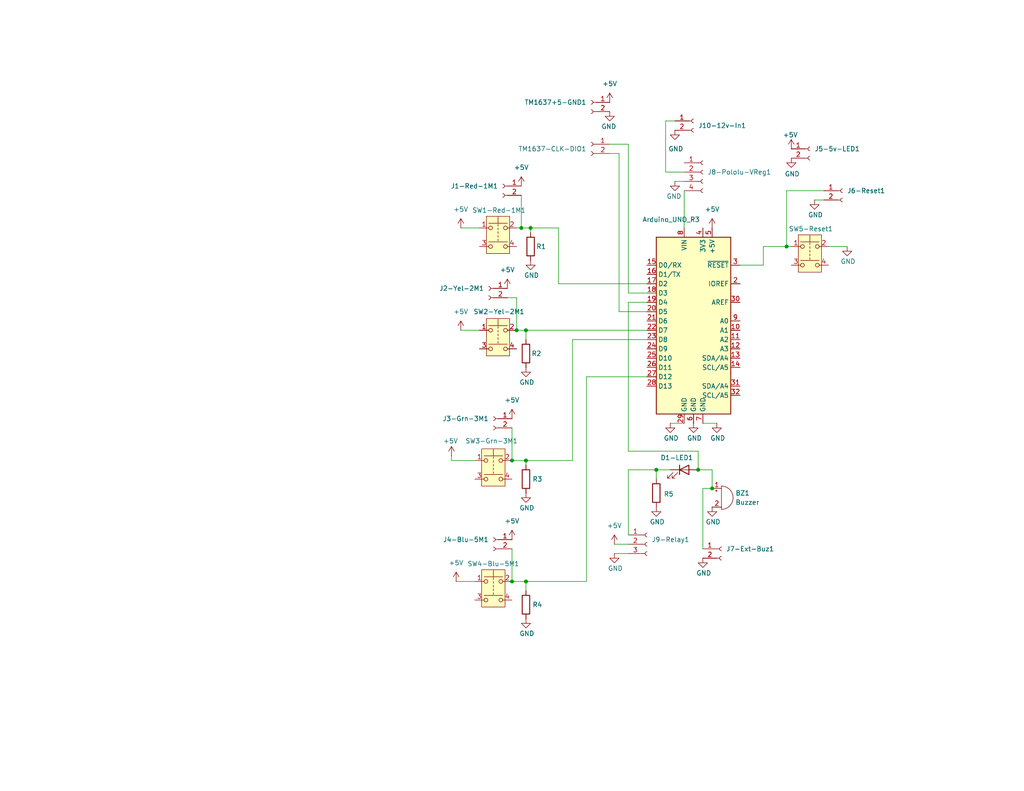
<source format=kicad_sch>
(kicad_sch (version 20250114) (generator "eeschema") (generator_version "9.0")
  (paper "A")
  (title_block (title "Sailing Regatta Timer") (date "2025-01-27"))
  (lib_symbols
    (symbol "Connector:Conn_01x02_Socket" (pin_names (offset 1.016) (hide yes))
      (property "Reference" "J" (at 0 2.54 0))
      (property "Value" "Conn_01x02_Socket" (at 0 -5.08 0))
      (symbol "Conn_01x02_Socket_1_1"
        (polyline (pts (xy -1.27 0) (xy -0.508 0)) (stroke (width 0.1524)))
        (polyline (pts (xy -1.27 -2.54) (xy -0.508 -2.54)) (stroke (width 0.1524)))
        (arc (start 0 -0.508) (mid -0.5058 0) (end 0 0.508) (stroke (width 0.1524)))
        (arc (start 0 -3.048) (mid -0.5058 -2.54) (end 0 -2.032) (stroke (width 0.1524)))
        (pin passive line (at -5.08 0 0) (length 3.81) (name "Pin_1") (number "1"))
        (pin passive line (at -5.08 -2.54 0) (length 3.81) (name "Pin_2") (number "2"))
      )
    )
    (symbol "Connector:Conn_01x03_Socket" (pin_names (offset 1.016) (hide yes))
      (property "Reference" "J" (at 0 5.08 0))
      (property "Value" "Conn_01x03_Socket" (at 0 -5.08 0))
      (symbol "Conn_01x03_Socket_1_1"
        (polyline (pts (xy -1.27 2.54) (xy -0.508 2.54)) (stroke (width 0.1524)))
        (polyline (pts (xy -1.27 0) (xy -0.508 0)) (stroke (width 0.1524)))
        (polyline (pts (xy -1.27 -2.54) (xy -0.508 -2.54)) (stroke (width 0.1524)))
        (arc (start 0 2.032) (mid -0.5058 2.54) (end 0 3.048) (stroke (width 0.1524)))
        (arc (start 0 -0.508) (mid -0.5058 0) (end 0 0.508) (stroke (width 0.1524)))
        (arc (start 0 -3.048) (mid -0.5058 -2.54) (end 0 -2.032) (stroke (width 0.1524)))
        (pin passive line (at -5.08 2.54 0) (length 3.81) (name "Pin_1") (number "1"))
        (pin passive line (at -5.08 0 0) (length 3.81) (name "Pin_2") (number "2"))
        (pin passive line (at -5.08 -2.54 0) (length 3.81) (name "Pin_3") (number "3"))
      )
    )
    (symbol "Connector:Conn_01x04_Socket" (pin_names (offset 1.016) (hide yes))
      (property "Reference" "J" (at 0 5.08 0))
      (property "Value" "Conn_01x04_Socket" (at 0 -7.62 0))
      (symbol "Conn_01x04_Socket_1_1"
        (polyline (pts (xy -1.27 2.54) (xy -0.508 2.54)) (stroke (width 0.1524)))
        (polyline (pts (xy -1.27 0) (xy -0.508 0)) (stroke (width 0.1524)))
        (polyline (pts (xy -1.27 -2.54) (xy -0.508 -2.54)) (stroke (width 0.1524)))
        (polyline (pts (xy -1.27 -5.08) (xy -0.508 -5.08)) (stroke (width 0.1524)))
        (arc (start 0 2.032) (mid -0.5058 2.54) (end 0 3.048) (stroke (width 0.1524)))
        (arc (start 0 -0.508) (mid -0.5058 0) (end 0 0.508) (stroke (width 0.1524)))
        (arc (start 0 -3.048) (mid -0.5058 -2.54) (end 0 -2.032) (stroke (width 0.1524)))
        (arc (start 0 -5.588) (mid -0.5058 -5.08) (end 0 -4.572) (stroke (width 0.1524)))
        (pin passive line (at -5.08 2.54 0) (length 3.81) (name "Pin_1") (number "1"))
        (pin passive line (at -5.08 0 0) (length 3.81) (name "Pin_2") (number "2"))
        (pin passive line (at -5.08 -2.54 0) (length 3.81) (name "Pin_3") (number "3"))
        (pin passive line (at -5.08 -5.08 0) (length 3.81) (name "Pin_4") (number "4"))
      )
    )
    (symbol "Device:Buzzer" (pin_names (offset 0.0254) (hide yes))
      (property "Reference" "BZ" (at 3.81 1.27 0))
      (property "Value" "Buzzer" (at 3.81 -1.27 0))
      (symbol "Buzzer_0_1"
        (polyline (pts (xy -1.651 1.905) (xy -1.143 1.905)))
        (polyline (pts (xy -1.397 2.159) (xy -1.397 1.651)))
        (arc (start 0 3.175) (mid 3.1612 0) (end 0 -3.175))
        (polyline (pts (xy 0 3.175) (xy 0 -3.175)))
      )
      (symbol "Buzzer_1_1"
        (pin passive line (at -2.54 2.54 0) (length 2.54) (name "+") (number "1"))
        (pin passive line (at -2.54 -2.54 0) (length 2.54) (name "-") (number "2"))
      )
    )
    (symbol "Device:LED" (pin_numbers (hide yes)) (pin_names (offset 1.016) (hide yes))
      (property "Reference" "D" (at 0 2.54 0))
      (property "Value" "LED" (at 0 -2.54 0))
      (symbol "LED_0_1"
        (polyline (pts (xy -3.048 -0.762) (xy -4.572 -2.286) (xy -3.81 -2.286) (xy -4.572 -2.286) (xy -4.572 -1.524)))
        (polyline (pts (xy -1.778 -0.762) (xy -3.302 -2.286) (xy -2.54 -2.286) (xy -3.302 -2.286) (xy -3.302 -1.524)))
        (polyline (pts (xy -1.27 0) (xy 1.27 0)))
        (polyline (pts (xy -1.27 -1.27) (xy -1.27 1.27)) (stroke (width 0.254)))
        (polyline (pts (xy 1.27 -1.27) (xy 1.27 1.27) (xy -1.27 0) (xy 1.27 -1.27)) (stroke (width 0.254)))
      )
      (symbol "LED_1_1"
        (pin passive line (at -3.81 0 0) (length 2.54) (name "K") (number "1"))
        (pin passive line (at 3.81 0 180) (length 2.54) (name "A") (number "2"))
      )
    )
    (symbol "Device:R" (pin_numbers (hide yes)) (pin_names (offset 0))
      (property "Reference" "R" (at 2.032 0 90))
      (property "Value" "R" (at 0 0 90))
      (symbol "R_0_1"
        (rectangle (start -1.016 -2.54) (end 1.016 2.54) (stroke (width 0.254)))
      )
      (symbol "R_1_1"
        (pin passive line (at 0 3.81 270) (length 1.27) (name "~") (number "1"))
        (pin passive line (at 0 -3.81 90) (length 1.27) (name "~") (number "2"))
      )
    )
    (symbol "MCU_Module:Arduino_UNO_R3"
      (property "Reference" "A" (at -10.16 23.495 0))
      (property "Value" "Arduino_UNO_R3" (at 5.08 -26.67 0))
      (symbol "Arduino_UNO_R3_0_1"
        (rectangle (start -10.16 22.86) (end 10.16 -25.4) (stroke (width 0.254)) (fill (type background)))
      )
      (symbol "Arduino_UNO_R3_1_1"
        (pin bidirectional line (at -12.7 15.24 0) (length 2.54) (name "D0/RX") (number "15"))
        (pin bidirectional line (at -12.7 12.7 0) (length 2.54) (name "D1/TX") (number "16"))
        (pin bidirectional line (at -12.7 10.16 0) (length 2.54) (name "D2") (number "17"))
        (pin bidirectional line (at -12.7 7.62 0) (length 2.54) (name "D3") (number "18"))
        (pin bidirectional line (at -12.7 5.08 0) (length 2.54) (name "D4") (number "19"))
        (pin bidirectional line (at -12.7 2.54 0) (length 2.54) (name "D5") (number "20"))
        (pin bidirectional line (at -12.7 0 0) (length 2.54) (name "D6") (number "21"))
        (pin bidirectional line (at -12.7 -2.54 0) (length 2.54) (name "D7") (number "22"))
        (pin bidirectional line (at -12.7 -5.08 0) (length 2.54) (name "D8") (number "23"))
        (pin bidirectional line (at -12.7 -7.62 0) (length 2.54) (name "D9") (number "24"))
        (pin bidirectional line (at -12.7 -10.16 0) (length 2.54) (name "D10") (number "25"))
        (pin bidirectional line (at -12.7 -12.7 0) (length 2.54) (name "D11") (number "26"))
        (pin bidirectional line (at -12.7 -15.24 0) (length 2.54) (name "D12") (number "27"))
        (pin bidirectional line (at -12.7 -17.78 0) (length 2.54) (name "D13") (number "28"))
        (pin no_connect line (at -10.16 -20.32 0) (length 2.54) (hide yes) (name "NC") (number "1"))
        (pin power_in line (at -2.54 25.4 270) (length 2.54) (name "VIN") (number "8"))
        (pin power_in line (at -2.54 -27.94 90) (length 2.54) (name "GND") (number "29"))
        (pin power_in line (at 0 -27.94 90) (length 2.54) (name "GND") (number "6"))
        (pin power_out line (at 2.54 25.4 270) (length 2.54) (name "3V3") (number "4"))
        (pin power_in line (at 2.54 -27.94 90) (length 2.54) (name "GND") (number "7"))
        (pin power_out line (at 5.08 25.4 270) (length 2.54) (name "+5V") (number "5"))
        (pin input line (at 12.7 15.24 180) (length 2.54) (name "~{RESET}") (number "3"))
        (pin output line (at 12.7 10.16 180) (length 2.54) (name "IOREF") (number "2"))
        (pin input line (at 12.7 5.08 180) (length 2.54) (name "AREF") (number "30"))
        (pin bidirectional line (at 12.7 0 180) (length 2.54) (name "A0") (number "9"))
        (pin bidirectional line (at 12.7 -2.54 180) (length 2.54) (name "A1") (number "10"))
        (pin bidirectional line (at 12.7 -5.08 180) (length 2.54) (name "A2") (number "11"))
        (pin bidirectional line (at 12.7 -7.62 180) (length 2.54) (name "A3") (number "12"))
        (pin bidirectional line (at 12.7 -10.16 180) (length 2.54) (name "SDA/A4") (number "13"))
        (pin bidirectional line (at 12.7 -12.7 180) (length 2.54) (name "SCL/A5") (number "14"))
        (pin bidirectional line (at 12.7 -17.78 180) (length 2.54) (name "SDA/A4") (number "31"))
        (pin bidirectional line (at 12.7 -20.32 180) (length 2.54) (name "SCL/A5") (number "32"))
      )
    )
    (symbol "Switch:SW_Push_Dual" (pin_names (offset 1.016) (hide yes))
      (property "Reference" "SW" (at 0 7.62 0))
      (property "Value" "SW_Push_Dual" (at 0 -6.35 0))
      (symbol "SW_Push_Dual_0_1"
        (circle (center -2.032 2.54) (radius 0.508))
        (circle (center -2.032 -2.54) (radius 0.508))
        (polyline (pts (xy 0 3.81) (xy 0 5.588)))
        (polyline (pts (xy 0 3.048) (xy 0 3.556)))
        (polyline (pts (xy 0 2.032) (xy 0 2.54)))
        (polyline (pts (xy 0 1.016) (xy 0 1.524)))
        (polyline (pts (xy 0 0.508) (xy 0 0)))
        (polyline (pts (xy 0 -0.508) (xy 0 -1.016)))
        (circle (center 2.032 2.54) (radius 0.508))
        (circle (center 2.032 -2.54) (radius 0.508))
        (polyline (pts (xy 2.54 3.81) (xy -2.54 3.81)))
        (polyline (pts (xy 2.54 -1.27) (xy -2.54 -1.27)))
        (pin passive line (at -5.08 2.54 0) (length 2.54) (name "1") (number "1"))
        (pin passive line (at -5.08 -2.54 0) (length 2.54) (name "3") (number "3"))
        (pin passive line (at 5.08 2.54 180) (length 2.54) (name "2") (number "2"))
        (pin passive line (at 5.08 -2.54 180) (length 2.54) (name "4") (number "4"))
      )
      (symbol "SW_Push_Dual_1_1"
        (rectangle (start -3.175 5.715) (end 3.175 -4.445) (fill (type background)))
      )
    )
    (symbol "power:+5V" (power) (pin_numbers (hide yes)) (pin_names (offset 0) (hide yes))
      (property "Value" "+5V" (at 0 3.556 0))
      (symbol "+5V_0_1"
        (polyline (pts (xy -0.762 1.27) (xy 0 2.54)))
        (polyline (pts (xy 0 2.54) (xy 0.762 1.27)))
        (polyline (pts (xy 0 0) (xy 0 2.54)))
      )
      (symbol "+5V_1_1"
        (pin power_in line (at 0 0 90) (length 0) (name "~") (number "1"))
      )
    )
    (symbol "power:GND" (power) (pin_numbers (hide yes)) (pin_names (offset 0) (hide yes))
      (property "Value" "GND" (at 0 -3.81 0))
      (symbol "GND_0_1"
        (polyline (pts (xy 0 0) (xy 0 -1.27) (xy 1.27 -1.27) (xy 0 -2.54) (xy -1.27 -1.27) (xy 0 -1.27)))
      )
      (symbol "GND_1_1"
        (pin power_in line (at 0 0 270) (length 0) (name "~") (number "1"))
      )
    )
  )
  (junction (at 144.78 62.23))
  (junction (at 139.7 125.73))
  (junction (at 143.51 158.75))
  (junction (at 143.51 125.73))
  (junction (at 139.7 158.75))
  (junction (at 179.07 128.27))
  (junction (at 214.63 67.31))
  (junction (at 190.5 128.27))
  (junction (at 194.31 133.35))
  (junction (at 140.97 90.17))
  (junction (at 143.51 90.17))
  (junction (at 142.24 62.23))
  (wire (pts (xy 160.02 158.75) (xy 143.51 158.75)))
  (wire (pts (xy 138.43 81.28) (xy 140.97 81.28)))
  (wire (pts (xy 226.06 67.31) (xy 231.14 67.31)))
  (wire (pts (xy 171.45 39.37) (xy 166.37 39.37)))
  (wire (pts (xy 208.28 67.31) (xy 214.63 67.31)))
  (wire (pts (xy 176.53 80.01) (xy 171.45 80.01)))
  (wire (pts (xy 156.21 125.73) (xy 143.51 125.73)))
  (wire (pts (xy 144.78 62.23) (xy 144.78 63.5)))
  (wire (pts (xy 171.45 123.19) (xy 190.5 123.19)))
  (wire (pts (xy 125.73 62.23) (xy 130.81 62.23)))
  (wire (pts (xy 124.46 158.75) (xy 129.54 158.75)))
  (wire (pts (xy 184.15 49.53) (xy 186.69 49.53)))
  (wire (pts (xy 143.51 90.17) (xy 176.53 90.17)))
  (wire (pts (xy 171.45 151.13) (xy 167.64 151.13)))
  (wire (pts (xy 125.73 90.17) (xy 130.81 90.17)))
  (wire (pts (xy 182.88 115.57) (xy 186.69 115.57)))
  (wire (pts (xy 181.61 46.99) (xy 186.69 46.99)))
  (wire (pts (xy 167.64 148.59) (xy 171.45 148.59)))
  (wire (pts (xy 143.51 158.75) (xy 143.51 161.29)))
  (wire (pts (xy 123.19 124.46) (xy 123.19 125.73)))
  (wire (pts (xy 190.5 128.27) (xy 194.31 128.27)))
  (wire (pts (xy 171.45 128.27) (xy 179.07 128.27)))
  (wire (pts (xy 195.58 115.57) (xy 191.77 115.57)))
  (wire (pts (xy 171.45 82.55) (xy 171.45 123.19)))
  (wire (pts (xy 156.21 92.71) (xy 156.21 125.73)))
  (wire (pts (xy 191.77 133.35) (xy 194.31 133.35)))
  (wire (pts (xy 191.77 133.35) (xy 191.77 149.86)))
  (wire (pts (xy 171.45 80.01) (xy 171.45 39.37)))
  (wire (pts (xy 168.91 41.91) (xy 166.37 41.91)))
  (wire (pts (xy 123.19 125.73) (xy 129.54 125.73)))
  (wire (pts (xy 143.51 92.71) (xy 143.51 90.17)))
  (wire (pts (xy 140.97 81.28) (xy 140.97 90.17)))
  (wire (pts (xy 142.24 62.23) (xy 144.78 62.23)))
  (wire (pts (xy 139.7 149.86) (xy 139.7 158.75)))
  (wire (pts (xy 152.4 62.23) (xy 144.78 62.23)))
  (wire (pts (xy 152.4 77.47) (xy 152.4 62.23)))
  (wire (pts (xy 186.69 52.07) (xy 186.69 62.23)))
  (wire (pts (xy 179.07 128.27) (xy 182.88 128.27)))
  (wire (pts (xy 176.53 82.55) (xy 171.45 82.55)))
  (wire (pts (xy 143.51 125.73) (xy 143.51 127)))
  (wire (pts (xy 190.5 123.19) (xy 190.5 128.27)))
  (wire (pts (xy 156.21 92.71) (xy 176.53 92.71)))
  (wire (pts (xy 176.53 77.47) (xy 152.4 77.47)))
  (wire (pts (xy 142.24 53.34) (xy 142.24 62.23)))
  (wire (pts (xy 139.7 125.73) (xy 143.51 125.73)))
  (wire (pts (xy 181.61 33.02) (xy 181.61 46.99)))
  (wire (pts (xy 139.7 116.84) (xy 139.7 125.73)))
  (wire (pts (xy 222.25 54.61) (xy 224.79 54.61)))
  (wire (pts (xy 214.63 52.07) (xy 214.63 67.31)))
  (wire (pts (xy 208.28 72.39) (xy 201.93 72.39)))
  (wire (pts (xy 179.07 130.81) (xy 179.07 128.27)))
  (wire (pts (xy 214.63 67.31) (xy 215.9 67.31)))
  (wire (pts (xy 168.91 85.09) (xy 168.91 41.91)))
  (wire (pts (xy 176.53 85.09) (xy 168.91 85.09)))
  (wire (pts (xy 184.15 33.02) (xy 181.61 33.02)))
  (wire (pts (xy 176.53 102.87) (xy 160.02 102.87)))
  (wire (pts (xy 140.97 62.23) (xy 142.24 62.23)))
  (wire (pts (xy 140.97 90.17) (xy 143.51 90.17)))
  (wire (pts (xy 224.79 52.07) (xy 214.63 52.07)))
  (wire (pts (xy 139.7 158.75) (xy 143.51 158.75)))
  (wire (pts (xy 160.02 102.87) (xy 160.02 158.75)))
  (wire (pts (xy 208.28 67.31) (xy 208.28 72.39)))
  (wire (pts (xy 194.31 128.27) (xy 194.31 133.35)))
  (wire (pts (xy 171.45 128.27) (xy 171.45 146.05)))
  (symbol (lib_id "Connector:Conn_01x04_Socket") (at 191.77 46.99 0) (unit 1)
    (property "Reference" "J8-Pololu-VReg1" (at 193.04 46.9899 0) (effects (justify left)))
    (property "Value" "Conn_01x04_Socket" (effects (hide yes)))
    (property "Footprint" "Connector_PinSocket_2.54mm:PinSocket_1x04_P2.54mm_Vertical" (effects (hide yes)))
    (property "Description" "Generic connector, single row, 01x04, script generated" (effects (hide yes)))
  )
  (symbol (lib_id "Device:R") (at 143.51 165.1 0) (unit 1)
    (property "Reference" "R4" (at 145.288 165.1 0) (effects (justify left)))
    (property "Value" "R" (effects (hide yes)))
    (property "Footprint" "Resistor_THT:R_Axial_DIN0204_L3.6mm_D1.6mm_P1.90mm_Vertical" (effects (hide yes)))
    (property "Description" "Resistor" (effects (hide yes)))
  )
  (symbol (lib_id "power:GND") (at 144.78 71.12 0) (unit 1)
    (property "Reference" "#PWR016" (effects (hide yes)))
    (property "Value" "GND" (at 145.034 75.184 0))
    (property "Description" "Power symbol creates a global label with name \"GND\" , ground" (effects (hide yes)))
  )
  (symbol (lib_id "Connector:Conn_01x03_Socket") (at 176.53 148.59 0) (unit 1)
    (property "Reference" "J9-Relay1" (at 177.8 147.3199 0) (effects (justify left)))
    (property "Value" "Conn_01x03_Socket" (effects (hide yes)))
    (property "Footprint" "Connector_PinSocket_2.54mm:PinSocket_1x03_P2.54mm_Vertical" (effects (hide yes)))
    (property "Description" "Generic connector, single row, 01x03, script generated" (effects (hide yes)))
  )
  (symbol (lib_id "power:GND") (at 231.14 67.31 0) (unit 1)
    (property "Reference" "#PWR029" (effects (hide yes)))
    (property "Value" "GND" (at 231.394 71.374 0))
    (property "Description" "Power symbol creates a global label with name \"GND\" , ground" (effects (hide yes)))
  )
  (symbol (lib_id "Connector:Conn_01x02_Socket") (at 161.29 39.37 0) (mirror y) (unit 1)
    (property "Reference" "TM1637-CLK-DIO1" (at 160.02 40.6399 0) (effects (justify left)))
    (property "Value" "Conn_01x02_Socket" (effects (hide yes)))
    (property "Footprint" "Connector_PinSocket_2.54mm:PinSocket_1x02_P2.54mm_Vertical" (effects (hide yes)))
    (property "Description" "Generic connector, single row, 01x02, script generated" (effects (hide yes)))
  )
  (symbol (lib_id "power:+5V") (at 166.37 27.94 0) (mirror y) (unit 1)
    (property "Reference" "#PWR027" (effects (hide yes)))
    (property "Value" "+5V" (at 166.37 22.86 0))
    (property "Description" "Power symbol creates a global label with name \"+5V\"" (effects (hide yes)))
  )
  (symbol (lib_id "Connector:Conn_01x02_Socket") (at 134.62 147.32 0) (mirror y) (unit 1)
    (property "Reference" "J4-Blu-5M1" (at 133.35 147.3199 0) (effects (justify left)))
    (property "Value" "J4-Blu-5M1" (effects (hide yes)))
    (property "Footprint" "Connector_PinSocket_2.54mm:PinSocket_1x02_P2.54mm_Vertical" (effects (hide yes)))
    (property "Description" "Generic connector, single row, 01x02, script generated" (effects (hide yes)))
  )
  (symbol (lib_id "power:+5V") (at 138.43 78.74 0) (mirror y) (unit 1)
    (property "Reference" "#PWR010" (effects (hide yes)))
    (property "Value" "+5V" (at 138.43 73.66 0))
    (property "Description" "Power symbol creates a global label with name \"+5V\"" (effects (hide yes)))
  )
  (symbol (lib_id "power:+5V") (at 124.46 158.75 0) (unit 1)
    (property "Reference" "#PWR022" (effects (hide yes)))
    (property "Value" "+5V" (at 124.46 153.67 0))
    (property "Description" "Power symbol creates a global label with name \"+5V\"" (effects (hide yes)))
  )
  (symbol (lib_id "power:+5V") (at 125.73 90.17 0) (unit 1)
    (property "Reference" "#PWR021" (effects (hide yes)))
    (property "Value" "+5V" (at 125.73 85.09 0))
    (property "Description" "Power symbol creates a global label with name \"+5V\"" (effects (hide yes)))
  )
  (symbol (lib_id "power:GND") (at 184.15 49.53 0) (unit 1)
    (property "Reference" "#PWR012" (effects (hide yes)))
    (property "Value" "GND" (at 183.896 53.594 0))
    (property "Description" "Power symbol creates a global label with name \"GND\" , ground" (effects (hide yes)))
  )
  (symbol (lib_id "Switch:SW_Push_Dual") (at 220.98 69.85 0) (unit 1)
    (property "Reference" "SW5-Reset1" (at 221.234 62.484 0))
    (property "Footprint" "Button_Switch_THT:SW_PUSH_6mm" (effects (hide yes)))
    (property "Description" "Push button switch, generic, symbol, four pins" (effects (hide yes)))
  )
  (symbol (lib_id "power:GND") (at 195.58 115.57 0) (unit 1)
    (property "Reference" "#PWR03" (effects (hide yes)))
    (property "Value" "GND" (at 195.834 119.634 0))
    (property "Description" "Power symbol creates a global label with name \"GND\" , ground" (effects (hide yes)))
  )
  (symbol (lib_id "Switch:SW_Push_Dual") (at 134.62 128.27 0) (unit 1)
    (property "Reference" "SW3-Grn-3M1" (at 134.112 120.396 0))
    (property "Footprint" "Button_Switch_THT:SW_PUSH_6mm" (effects (hide yes)))
    (property "Description" "Push button switch, generic, symbol, four pins" (effects (hide yes)))
  )
  (symbol (lib_id "power:GND") (at 189.23 115.57 0) (unit 1)
    (property "Reference" "#PWR05" (effects (hide yes)))
    (property "Value" "GND" (at 189.484 119.634 0))
    (property "Description" "Power symbol creates a global label with name \"GND\" , ground" (effects (hide yes)))
  )
  (symbol (lib_id "Connector:Conn_01x02_Socket") (at 189.23 33.02 0) (unit 1)
    (property "Reference" "J10-12v-In1" (at 190.5 34.2899 0) (effects (justify left)))
    (property "Value" "Conn_01x02_Socket" (effects (hide yes)))
    (property "Footprint" "Connector_PinSocket_2.54mm:PinSocket_1x02_P2.54mm_Vertical" (effects (hide yes)))
    (property "Description" "Generic connector, single row, 01x02, script generated" (effects (hide yes)))
  )
  (symbol (lib_id "power:GND") (at 179.07 138.43 0) (unit 1)
    (property "Reference" "#PWR019" (effects (hide yes)))
    (property "Value" "GND" (at 179.324 142.494 0))
    (property "Description" "Power symbol creates a global label with name \"GND\" , ground" (effects (hide yes)))
  )
  (symbol (lib_id "Connector:Conn_01x02_Socket") (at 196.85 149.86 0) (unit 1)
    (property "Reference" "J7-Ext-Buz1" (at 198.12 149.8599 0) (effects (justify left)))
    (property "Value" "Conn_01x02_Socket" (effects (hide yes)))
    (property "Footprint" "Connector_PinSocket_2.54mm:PinSocket_1x02_P2.54mm_Vertical" (effects (hide yes)))
    (property "Description" "Generic connector, single row, 01x02, script generated" (effects (hide yes)))
  )
  (symbol (lib_id "Device:LED") (at 186.69 128.27 0) (unit 1)
    (property "Reference" "D1-LED1" (at 184.658 124.968 0))
    (property "Value" "LED" (effects (hide yes)))
    (property "Footprint" "LED_THT:LED_D3.0mm" (effects (hide yes)))
    (property "Description" "Light emitting diode" (effects (hide yes)))
    (property "Sim.Pins" "1=K 2=A" (effects (hide yes)))
  )
  (symbol (lib_id "power:+5V") (at 194.31 62.23 0) (unit 1)
    (property "Reference" "#PWR02" (effects (hide yes)))
    (property "Value" "+5V" (at 194.31 57.15 0))
    (property "Description" "Power symbol creates a global label with name \"+5V\"" (effects (hide yes)))
  )
  (symbol (lib_id "power:GND") (at 191.77 152.4 0) (unit 1)
    (property "Reference" "#PWR017" (effects (hide yes)))
    (property "Value" "GND" (at 192.024 156.464 0))
    (property "Description" "Power symbol creates a global label with name \"GND\" , ground" (effects (hide yes)))
  )
  (symbol (lib_id "MCU_Module:Arduino_UNO_R3") (at 189.23 87.63 0) (unit 1)
    (property "Reference" "A1" (effects (hide yes)))
    (property "Value" "Arduino_UNO_R3" (at 175.26 59.944 0) (effects (justify left)))
    (property "Footprint" "rt-uno:rt-Arduino_UNO_R3" (effects (hide yes)))
    (property "Datasheet" "https://www.arduino.cc/en/Main/arduinoBoardUno" (effects (hide yes)))
    (property "Description" "Arduino UNO Microcontroller Module, release 3" (effects (hide yes)))
  )
  (symbol (lib_id "Connector:Conn_01x02_Socket") (at 229.87 52.07 0) (unit 1)
    (property "Reference" "J6-Reset1" (at 231.14 52.0699 0) (effects (justify left)))
    (property "Value" "J6-Reset" (effects (hide yes)))
    (property "Footprint" "Connector_PinSocket_2.54mm:PinSocket_1x02_P2.54mm_Vertical" (effects (hide yes)))
    (property "Description" "Generic connector, single row, 01x02, script generated" (effects (hide yes)))
  )
  (symbol (lib_id "power:GND") (at 167.64 151.13 0) (unit 1)
    (property "Reference" "#PWR025" (effects (hide yes)))
    (property "Value" "GND" (at 167.894 155.194 0))
    (property "Description" "Power symbol creates a global label with name \"GND\" , ground" (effects (hide yes)))
  )
  (symbol (lib_id "power:GND") (at 222.25 54.61 0) (unit 1)
    (property "Reference" "#PWR028" (effects (hide yes)))
    (property "Value" "GND" (at 222.504 58.674 0))
    (property "Description" "Power symbol creates a global label with name \"GND\" , ground" (effects (hide yes)))
  )
  (symbol (lib_id "power:+5V") (at 167.64 148.59 0) (unit 1)
    (property "Reference" "#PWR026" (effects (hide yes)))
    (property "Value" "+5V" (at 167.64 143.51 0))
    (property "Description" "Power symbol creates a global label with name \"+5V\"" (effects (hide yes)))
  )
  (symbol (lib_id "Connector:Conn_01x02_Socket") (at 161.29 27.94 0) (mirror y) (unit 1)
    (property "Reference" "TM1637+5-GND1" (at 160.02 27.9399 0) (effects (justify left)))
    (property "Value" "Conn_01x02_Socket" (effects (hide yes)))
    (property "Footprint" "Connector_PinSocket_2.54mm:PinSocket_1x02_P2.54mm_Vertical" (effects (hide yes)))
    (property "Description" "Generic connector, single row, 01x02, script generated" (effects (hide yes)))
  )
  (symbol (lib_id "power:GND") (at 182.88 115.57 0) (unit 1)
    (property "Reference" "#PWR04" (effects (hide yes)))
    (property "Value" "GND" (at 183.134 119.634 0))
    (property "Description" "Power symbol creates a global label with name \"GND\" , ground" (effects (hide yes)))
  )
  (symbol (lib_id "power:GND") (at 143.51 100.33 0) (unit 1)
    (property "Reference" "#PWR014" (effects (hide yes)))
    (property "Value" "GND" (at 143.764 104.394 0))
    (property "Description" "Power symbol creates a global label with name \"GND\" , ground" (effects (hide yes)))
  )
  (symbol (lib_id "Switch:SW_Push_Dual") (at 135.89 92.71 0) (unit 1)
    (property "Reference" "SW2-Yel-2M1" (at 136.144 85.09 0))
    (property "Footprint" "Button_Switch_THT:SW_PUSH_6mm" (effects (hide yes)))
    (property "Description" "Push button switch, generic, symbol, four pins" (effects (hide yes)))
  )
  (symbol (lib_id "Connector:Conn_01x02_Socket") (at 137.16 50.8 0) (mirror y) (unit 1)
    (property "Reference" "J1-Red-1M1" (at 135.89 50.7999 0) (effects (justify left)))
    (property "Value" "Conn_01x02_Socket" (effects (hide yes)))
    (property "Footprint" "Connector_PinSocket_2.54mm:PinSocket_1x02_P2.54mm_Vertical" (effects (hide yes)))
    (property "Description" "Generic connector, single row, 01x02, script generated" (effects (hide yes)))
  )
  (symbol (lib_id "Connector:Conn_01x02_Socket") (at 134.62 114.3 0) (mirror y) (unit 1)
    (property "Reference" "J3-Grn-3M1" (at 133.35 114.2999 0) (effects (justify left)))
    (property "Value" "J3-Grn-3M" (effects (hide yes)))
    (property "Footprint" "Connector_PinSocket_2.54mm:PinSocket_1x02_P2.54mm_Vertical" (effects (hide yes)))
    (property "Description" "Generic connector, single row, 01x02, script generated" (effects (hide yes)))
  )
  (symbol (lib_id "power:+5V") (at 139.7 147.32 0) (mirror y) (unit 1)
    (property "Reference" "#PWR09" (effects (hide yes)))
    (property "Value" "+5V" (at 139.7 142.24 0))
    (property "Description" "Power symbol creates a global label with name \"+5V\"" (effects (hide yes)))
  )
  (symbol (lib_id "power:+5V") (at 215.9 40.64 0) (unit 1)
    (property "Reference" "#PWR06" (effects (hide yes)))
    (property "Value" "+5V" (at 215.646 36.83 0))
    (property "Description" "Power symbol creates a global label with name \"+5V\"" (effects (hide yes)))
  )
  (symbol (lib_id "Device:R") (at 179.07 134.62 0) (unit 1)
    (property "Reference" "R5" (at 181.102 134.874 0) (effects (justify left)))
    (property "Footprint" "Resistor_THT:R_Axial_DIN0204_L3.6mm_D1.6mm_P1.90mm_Vertical" (effects (hide yes)))
    (property "Description" "Resistor" (effects (hide yes)))
  )
  (symbol (lib_id "power:GND") (at 166.37 30.48 0) (mirror y) (unit 1)
    (property "Reference" "#PWR030" (effects (hide yes)))
    (property "Value" "GND" (at 166.116 34.544 0))
    (property "Description" "Power symbol creates a global label with name \"GND\" , ground" (effects (hide yes)))
  )
  (symbol (lib_id "Device:Buzzer") (at 196.85 135.89 0) (unit 1)
    (property "Reference" "BZ1" (at 200.66 134.6199 0) (effects (justify left)))
    (property "Value" "Buzzer" (at 200.66 137.1599 0) (effects (justify left)))
    (property "Footprint" "Buzzer_Beeper:Buzzer_12x9.5RM7.6" (effects (hide yes)))
    (property "Description" "Buzzer, polarized" (effects (hide yes)))
  )
  (symbol (lib_id "power:+5V") (at 123.19 124.46 0) (unit 1)
    (property "Reference" "#PWR023" (effects (hide yes)))
    (property "Value" "+5V" (at 122.936 120.396 0))
    (property "Description" "Power symbol creates a global label with name \"+5V\"" (effects (hide yes)))
  )
  (symbol (lib_id "Device:R") (at 143.51 130.81 0) (unit 1)
    (property "Reference" "R3" (at 145.288 130.81 0) (effects (justify left)))
    (property "Value" "R" (effects (hide yes)))
    (property "Footprint" "Resistor_THT:R_Axial_DIN0204_L3.6mm_D1.6mm_P1.90mm_Vertical" (effects (hide yes)))
    (property "Description" "Resistor" (effects (hide yes)))
  )
  (symbol (lib_id "Device:R") (at 143.51 96.52 0) (unit 1)
    (property "Reference" "R2" (at 145.034 96.52 0) (effects (justify left)))
    (property "Value" "R" (effects (hide yes)))
    (property "Footprint" "Resistor_THT:R_Axial_DIN0204_L3.6mm_D1.6mm_P1.90mm_Vertical" (effects (hide yes)))
    (property "Description" "Resistor" (effects (hide yes)))
  )
  (symbol (lib_id "power:GND") (at 143.51 168.91 0) (unit 1)
    (property "Reference" "#PWR020" (effects (hide yes)))
    (property "Value" "GND" (at 143.764 172.974 0))
    (property "Description" "Power symbol creates a global label with name \"GND\" , ground" (effects (hide yes)))
  )
  (symbol (lib_id "power:+5V") (at 139.7 114.3 0) (mirror y) (unit 1)
    (property "Reference" "#PWR024" (effects (hide yes)))
    (property "Value" "+5V" (at 139.7 109.22 0))
    (property "Description" "Power symbol creates a global label with name \"+5V\"" (effects (hide yes)))
  )
  (symbol (lib_id "power:GND") (at 143.51 134.62 0) (unit 1)
    (property "Reference" "#PWR015" (effects (hide yes)))
    (property "Value" "GND" (at 143.764 138.684 0))
    (property "Description" "Power symbol creates a global label with name \"GND\" , ground" (effects (hide yes)))
  )
  (symbol (lib_id "Connector:Conn_01x02_Socket") (at 133.35 78.74 0) (mirror y) (unit 1)
    (property "Reference" "J2-Yel-2M1" (at 132.08 78.7399 0) (effects (justify left)))
    (property "Value" "Conn_01x02_Socket" (effects (hide yes)))
    (property "Footprint" "Connector_PinSocket_2.54mm:PinSocket_1x02_P2.54mm_Vertical" (effects (hide yes)))
    (property "Description" "Generic connector, single row, 01x02, script generated" (effects (hide yes)))
  )
  (symbol (lib_id "power:+5V") (at 142.24 50.8 0) (mirror y) (unit 1)
    (property "Reference" "#PWR07" (effects (hide yes)))
    (property "Value" "+5V" (at 142.24 45.72 0))
    (property "Description" "Power symbol creates a global label with name \"+5V\"" (effects (hide yes)))
  )
  (symbol (lib_id "Device:R") (at 144.78 67.31 0) (unit 1)
    (property "Reference" "R1" (at 146.304 67.31 0) (effects (justify left)))
    (property "Value" "R" (effects (hide yes)))
    (property "Footprint" "Resistor_THT:R_Axial_DIN0204_L3.6mm_D1.6mm_P1.90mm_Vertical" (effects (hide yes)))
    (property "Description" "Resistor" (effects (hide yes)))
  )
  (symbol (lib_id "power:GND") (at 215.9 43.18 0) (unit 1)
    (property "Reference" "#PWR011" (effects (hide yes)))
    (property "Value" "GND" (at 216.154 47.498 0))
    (property "Description" "Power symbol creates a global label with name \"GND\" , ground" (effects (hide yes)))
  )
  (symbol (lib_id "power:GND") (at 194.31 138.43 0) (unit 1)
    (property "Reference" "#PWR018" (effects (hide yes)))
    (property "Value" "GND" (at 194.564 142.494 0))
    (property "Description" "Power symbol creates a global label with name \"GND\" , ground" (effects (hide yes)))
  )
  (symbol (lib_id "power:GND") (at 184.15 35.56 0) (unit 1)
    (property "Reference" "#PWR013" (effects (hide yes)))
    (property "Value" "GND" (at 184.404 40.64 0))
    (property "Description" "Power symbol creates a global label with name \"GND\" , ground" (effects (hide yes)))
  )
  (symbol (lib_id "Switch:SW_Push_Dual") (at 135.89 64.77 0) (unit 1)
    (property "Reference" "SW1-Red-1M1" (at 136.144 57.404 0))
    (property "Footprint" "Button_Switch_THT:SW_PUSH_6mm" (effects (hide yes)))
    (property "Description" "Push button switch, generic, symbol, four pins" (effects (hide yes)))
  )
  (symbol (lib_id "power:+5V") (at 125.73 62.23 0) (unit 1)
    (property "Reference" "#PWR01" (effects (hide yes)))
    (property "Value" "+5V" (at 125.73 57.15 0))
    (property "Description" "Power symbol creates a global label with name \"+5V\"" (effects (hide yes)))
  )
  (symbol (lib_id "Connector:Conn_01x02_Socket") (at 220.98 40.64 0) (unit 1)
    (property "Reference" "J5-5v-LED1" (at 222.25 40.6399 0) (effects (justify left)))
    (property "Value" "Conn_01x02_Socket" (effects (hide yes)))
    (property "Footprint" "Connector_PinSocket_2.54mm:PinSocket_1x02_P2.54mm_Vertical" (effects (hide yes)))
    (property "Description" "Generic connector, single row, 01x02, script generated" (effects (hide yes)))
  )
  (symbol (lib_id "Switch:SW_Push_Dual") (at 134.62 161.29 0) (unit 1)
    (property "Reference" "SW4-Blu-5M1" (at 134.62 153.924 0))
    (property "Footprint" "Button_Switch_THT:SW_PUSH_6mm" (effects (hide yes)))
    (property "Description" "Push button switch, generic, symbol, four pins" (effects (hide yes)))
  )
)
</source>
